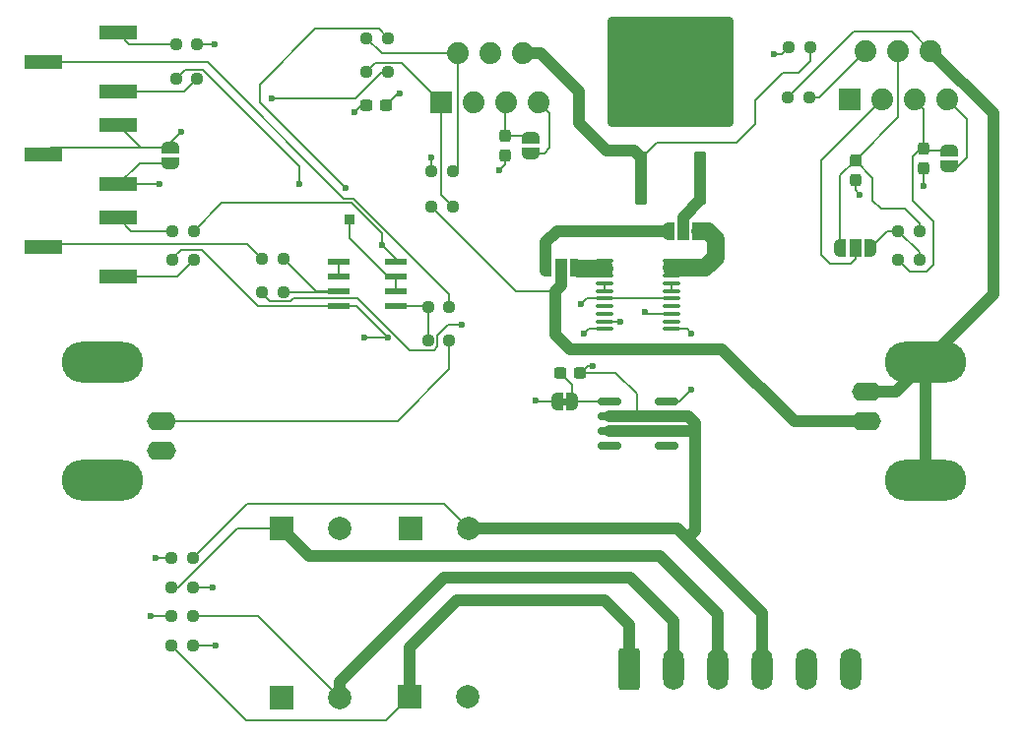
<source format=gbr>
%TF.GenerationSoftware,KiCad,Pcbnew,8.0.4*%
%TF.CreationDate,2024-12-24T16:07:24-06:00*%
%TF.ProjectId,opa548_revised,6f706135-3438-45f7-9265-76697365642e,rev?*%
%TF.SameCoordinates,Original*%
%TF.FileFunction,Copper,L1,Top*%
%TF.FilePolarity,Positive*%
%FSLAX46Y46*%
G04 Gerber Fmt 4.6, Leading zero omitted, Abs format (unit mm)*
G04 Created by KiCad (PCBNEW 8.0.4) date 2024-12-24 16:07:24*
%MOMM*%
%LPD*%
G01*
G04 APERTURE LIST*
G04 Aperture macros list*
%AMRoundRect*
0 Rectangle with rounded corners*
0 $1 Rounding radius*
0 $2 $3 $4 $5 $6 $7 $8 $9 X,Y pos of 4 corners*
0 Add a 4 corners polygon primitive as box body*
4,1,4,$2,$3,$4,$5,$6,$7,$8,$9,$2,$3,0*
0 Add four circle primitives for the rounded corners*
1,1,$1+$1,$2,$3*
1,1,$1+$1,$4,$5*
1,1,$1+$1,$6,$7*
1,1,$1+$1,$8,$9*
0 Add four rect primitives between the rounded corners*
20,1,$1+$1,$2,$3,$4,$5,0*
20,1,$1+$1,$4,$5,$6,$7,0*
20,1,$1+$1,$6,$7,$8,$9,0*
20,1,$1+$1,$8,$9,$2,$3,0*%
%AMFreePoly0*
4,1,19,0.500000,-0.750000,0.000000,-0.750000,0.000000,-0.744911,-0.071157,-0.744911,-0.207708,-0.704816,-0.327430,-0.627875,-0.420627,-0.520320,-0.479746,-0.390866,-0.500000,-0.250000,-0.500000,0.250000,-0.479746,0.390866,-0.420627,0.520320,-0.327430,0.627875,-0.207708,0.704816,-0.071157,0.744911,0.000000,0.744911,0.000000,0.750000,0.500000,0.750000,0.500000,-0.750000,0.500000,-0.750000,
$1*%
%AMFreePoly1*
4,1,19,0.000000,0.744911,0.071157,0.744911,0.207708,0.704816,0.327430,0.627875,0.420627,0.520320,0.479746,0.390866,0.500000,0.250000,0.500000,-0.250000,0.479746,-0.390866,0.420627,-0.520320,0.327430,-0.627875,0.207708,-0.704816,0.071157,-0.744911,0.000000,-0.744911,0.000000,-0.750000,-0.500000,-0.750000,-0.500000,0.750000,0.000000,0.750000,0.000000,0.744911,0.000000,0.744911,
$1*%
%AMFreePoly2*
4,1,19,0.000000,0.744911,0.071157,0.744911,0.207708,0.704816,0.327430,0.627875,0.420627,0.520320,0.479746,0.390866,0.500000,0.250000,0.500000,-0.250000,0.479746,-0.390866,0.420627,-0.520320,0.327430,-0.627875,0.207708,-0.704816,0.071157,-0.744911,0.000000,-0.744911,0.000000,-0.750000,-0.550000,-0.750000,-0.550000,0.750000,0.000000,0.750000,0.000000,0.744911,0.000000,0.744911,
$1*%
%AMFreePoly3*
4,1,19,0.550000,-0.750000,0.000000,-0.750000,0.000000,-0.744911,-0.071157,-0.744911,-0.207708,-0.704816,-0.327430,-0.627875,-0.420627,-0.520320,-0.479746,-0.390866,-0.500000,-0.250000,-0.500000,0.250000,-0.479746,0.390866,-0.420627,0.520320,-0.327430,0.627875,-0.207708,0.704816,-0.071157,0.744911,0.000000,0.744911,0.000000,0.750000,0.550000,0.750000,0.550000,-0.750000,0.550000,-0.750000,
$1*%
G04 Aperture macros list end*
%TA.AperFunction,EtchedComponent*%
%ADD10C,0.000000*%
%TD*%
%TA.AperFunction,SMDPad,CuDef*%
%ADD11RoundRect,0.275000X0.275000X-2.025000X0.275000X2.025000X-0.275000X2.025000X-0.275000X-2.025000X0*%
%TD*%
%TA.AperFunction,SMDPad,CuDef*%
%ADD12RoundRect,0.250000X5.150000X-4.450000X5.150000X4.450000X-5.150000X4.450000X-5.150000X-4.450000X0*%
%TD*%
%TA.AperFunction,SMDPad,CuDef*%
%ADD13FreePoly0,90.000000*%
%TD*%
%TA.AperFunction,SMDPad,CuDef*%
%ADD14FreePoly1,90.000000*%
%TD*%
%TA.AperFunction,ComponentPad*%
%ADD15R,1.879600X1.879600*%
%TD*%
%TA.AperFunction,ComponentPad*%
%ADD16C,1.879600*%
%TD*%
%TA.AperFunction,SMDPad,CuDef*%
%ADD17RoundRect,0.150000X-0.825000X-0.150000X0.825000X-0.150000X0.825000X0.150000X-0.825000X0.150000X0*%
%TD*%
%TA.AperFunction,SMDPad,CuDef*%
%ADD18RoundRect,0.100000X-0.637500X-0.100000X0.637500X-0.100000X0.637500X0.100000X-0.637500X0.100000X0*%
%TD*%
%TA.AperFunction,SMDPad,CuDef*%
%ADD19R,1.981200X0.558800*%
%TD*%
%TA.AperFunction,ComponentPad*%
%ADD20R,0.850000X0.850000*%
%TD*%
%TA.AperFunction,SMDPad,CuDef*%
%ADD21R,3.300000X1.190000*%
%TD*%
%TA.AperFunction,SMDPad,CuDef*%
%ADD22RoundRect,0.237500X0.250000X0.237500X-0.250000X0.237500X-0.250000X-0.237500X0.250000X-0.237500X0*%
%TD*%
%TA.AperFunction,SMDPad,CuDef*%
%ADD23RoundRect,0.237500X-0.250000X-0.237500X0.250000X-0.237500X0.250000X0.237500X-0.250000X0.237500X0*%
%TD*%
%TA.AperFunction,SMDPad,CuDef*%
%ADD24FreePoly0,180.000000*%
%TD*%
%TA.AperFunction,SMDPad,CuDef*%
%ADD25FreePoly1,180.000000*%
%TD*%
%TA.AperFunction,SMDPad,CuDef*%
%ADD26FreePoly0,270.000000*%
%TD*%
%TA.AperFunction,SMDPad,CuDef*%
%ADD27FreePoly1,270.000000*%
%TD*%
%TA.AperFunction,SMDPad,CuDef*%
%ADD28FreePoly2,0.000000*%
%TD*%
%TA.AperFunction,SMDPad,CuDef*%
%ADD29R,1.000000X1.500000*%
%TD*%
%TA.AperFunction,SMDPad,CuDef*%
%ADD30FreePoly3,0.000000*%
%TD*%
%TA.AperFunction,SMDPad,CuDef*%
%ADD31FreePoly3,180.000000*%
%TD*%
%TA.AperFunction,SMDPad,CuDef*%
%ADD32FreePoly2,180.000000*%
%TD*%
%TA.AperFunction,ComponentPad*%
%ADD33O,2.500000X1.600000*%
%TD*%
%TA.AperFunction,ComponentPad*%
%ADD34O,7.000000X3.500000*%
%TD*%
%TA.AperFunction,ComponentPad*%
%ADD35RoundRect,0.250000X-0.650000X-1.550000X0.650000X-1.550000X0.650000X1.550000X-0.650000X1.550000X0*%
%TD*%
%TA.AperFunction,ComponentPad*%
%ADD36O,1.800000X3.600000*%
%TD*%
%TA.AperFunction,SMDPad,CuDef*%
%ADD37RoundRect,0.237500X-0.300000X-0.237500X0.300000X-0.237500X0.300000X0.237500X-0.300000X0.237500X0*%
%TD*%
%TA.AperFunction,ComponentPad*%
%ADD38R,2.000000X2.000000*%
%TD*%
%TA.AperFunction,ComponentPad*%
%ADD39C,2.000000*%
%TD*%
%TA.AperFunction,SMDPad,CuDef*%
%ADD40RoundRect,0.237500X0.237500X-0.300000X0.237500X0.300000X-0.237500X0.300000X-0.237500X-0.300000X0*%
%TD*%
%TA.AperFunction,ViaPad*%
%ADD41C,0.600000*%
%TD*%
%TA.AperFunction,Conductor*%
%ADD42C,0.200000*%
%TD*%
%TA.AperFunction,Conductor*%
%ADD43C,1.000000*%
%TD*%
%TA.AperFunction,Conductor*%
%ADD44C,1.500000*%
%TD*%
G04 APERTURE END LIST*
D10*
%TA.AperFunction,EtchedComponent*%
%TO.C,JP24*%
G36*
X100350000Y-65800000D02*
G01*
X99850000Y-65800000D01*
X99850000Y-65200000D01*
X100350000Y-65200000D01*
X100350000Y-65800000D01*
G37*
%TD.AperFunction*%
%TD*%
D11*
%TO.P,R8,1*%
%TO.N,Net-(U1-VO)*%
X106660000Y-46250000D03*
%TO.P,R8,2*%
%TO.N,Net-(JP20-C)*%
X111740000Y-46250000D03*
D12*
%TO.P,R8,3*%
%TO.N,GND*%
X109200000Y-37100000D03*
%TD*%
D13*
%TO.P,JP3,1,A*%
%TO.N,GND*%
X66200000Y-44950000D03*
D14*
%TO.P,JP3,2,B*%
%TO.N,Net-(JP3-B)*%
X66200000Y-43650000D03*
%TD*%
D15*
%TO.P,U2,1,VIN+*%
%TO.N,GND*%
X124618000Y-39500000D03*
D16*
%TO.P,U2,2,VIN-*%
%TO.N,Net-(U2-VIN-)*%
X126015000Y-35309000D03*
%TO.P,U2,3,ILIM*%
%TO.N,Ilim*%
X127412000Y-39500000D03*
%TO.P,U2,4,V-*%
%TO.N,-24V*%
X128809000Y-35309000D03*
%TO.P,U2,5,V+*%
%TO.N,+24V*%
X130206000Y-39500000D03*
%TO.P,U2,6,VO*%
%TO.N,Net-(J5-Ext)*%
X131603000Y-35309000D03*
%TO.P,U2,7,E/S*%
%TO.N,Net-(JP22-B)*%
X133000000Y-39500000D03*
%TD*%
D17*
%TO.P,U5,1,OUT*%
%TO.N,Net-(JP24-A)*%
X103925000Y-65495000D03*
%TO.P,U5,2,GND*%
%TO.N,-12V*%
X103925000Y-66765000D03*
%TO.P,U5,3,GND*%
X103925000Y-68035000D03*
%TO.P,U5,4,NC*%
%TO.N,unconnected-(U5-NC-Pad4)*%
X103925000Y-69305000D03*
%TO.P,U5,5,NC*%
%TO.N,unconnected-(U5-NC-Pad5)*%
X108875000Y-69305000D03*
%TO.P,U5,6,GND*%
%TO.N,-12V*%
X108875000Y-68035000D03*
%TO.P,U5,7,GND*%
X108875000Y-66765000D03*
%TO.P,U5,8,IN*%
%TO.N,GND*%
X108875000Y-65495000D03*
%TD*%
D18*
%TO.P,U4,1,IS-*%
%TO.N,Net-(JP21-B)*%
X103537500Y-53375000D03*
%TO.P,U4,2,IS-*%
X103537500Y-54025000D03*
%TO.P,U4,3,IS-*%
X103537500Y-54675000D03*
%TO.P,U4,4,SH-*%
%TO.N,Net-(U4-IN-)*%
X103537500Y-55325000D03*
%TO.P,U4,5,IN-*%
X103537500Y-55975000D03*
%TO.P,U4,6,GND*%
%TO.N,-12V*%
X103537500Y-56625000D03*
%TO.P,U4,7,DNC1*%
%TO.N,unconnected-(U4-DNC1-Pad7)*%
X103537500Y-57275000D03*
%TO.P,U4,8,NC*%
%TO.N,unconnected-(U4-NC-Pad8)*%
X103537500Y-57925000D03*
%TO.P,U4,9,VS*%
%TO.N,Net-(JP24-B)*%
X103537500Y-58575000D03*
%TO.P,U4,10,REF2*%
%TO.N,GND*%
X103537500Y-59225000D03*
%TO.P,U4,11,REF1*%
X109262500Y-59225000D03*
%TO.P,U4,12,NC*%
%TO.N,unconnected-(U4-NC-Pad12)*%
X109262500Y-58575000D03*
%TO.P,U4,13,OUT*%
%TO.N,Current_ina1*%
X109262500Y-57925000D03*
%TO.P,U4,14,DNC2*%
%TO.N,unconnected-(U4-DNC2-Pad14)*%
X109262500Y-57275000D03*
%TO.P,U4,15,GND*%
%TO.N,-12V*%
X109262500Y-56625000D03*
%TO.P,U4,16,IN+*%
%TO.N,Net-(U4-IN+)*%
X109262500Y-55975000D03*
%TO.P,U4,17,SH+*%
X109262500Y-55325000D03*
%TO.P,U4,18,IS+*%
%TO.N,Net-(JP20-A)*%
X109262500Y-54675000D03*
%TO.P,U4,19,IS+*%
X109262500Y-54025000D03*
%TO.P,U4,20,IS+*%
X109262500Y-53375000D03*
%TD*%
D19*
%TO.P,U3,8,V+*%
%TO.N,+12V*%
X85600000Y-53460000D03*
%TO.P,U3,7,OUTB*%
%TO.N,Net-(U3-INB-)*%
X85600000Y-54730000D03*
%TO.P,U3,6,INB-*%
X85600000Y-56000000D03*
%TO.P,U3,5,INB+*%
%TO.N,Net-(U3-INB+)*%
X85600000Y-57270000D03*
%TO.P,U3,4,V-*%
%TO.N,-12V*%
X80672400Y-57270000D03*
%TO.P,U3,3,INA+*%
%TO.N,Net-(U3-INA+)*%
X80672400Y-56000000D03*
%TO.P,U3,2,INA-*%
%TO.N,Current_out1*%
X80672400Y-54730000D03*
%TO.P,U3,1,OUTA*%
X80672400Y-53460000D03*
%TD*%
D15*
%TO.P,U1,1,VIN+*%
%TO.N,Net-(U1-VIN+)*%
X89506000Y-39700000D03*
D16*
%TO.P,U1,2,VIN-*%
%TO.N,Net-(U1-VIN-)*%
X90903000Y-35509000D03*
%TO.P,U1,3,ILIM*%
%TO.N,Ilim*%
X92300000Y-39700000D03*
%TO.P,U1,4,V-*%
%TO.N,-24V*%
X93697000Y-35509000D03*
%TO.P,U1,5,V+*%
%TO.N,+24V*%
X95094000Y-39700000D03*
%TO.P,U1,6,VO*%
%TO.N,Net-(U1-VO)*%
X96491000Y-35509000D03*
%TO.P,U1,7,E/S*%
%TO.N,Net-(JP23-B)*%
X97888000Y-39700000D03*
%TD*%
D20*
%TO.P,TP1,1,1*%
%TO.N,Net-(U3-INB-)*%
X81600000Y-49800000D03*
%TD*%
D21*
%TO.P,RV3,1,1*%
%TO.N,Net-(R16-Pad1)*%
X61700000Y-49660000D03*
%TO.P,RV3,2,2*%
%TO.N,Net-(R18-Pad1)*%
X55300000Y-52200000D03*
%TO.P,RV3,3,3*%
%TO.N,Net-(R17-Pad2)*%
X61700000Y-54740000D03*
%TD*%
%TO.P,RV2,1,1*%
%TO.N,Net-(JP3-B)*%
X61700000Y-41710000D03*
%TO.P,RV2,2,2*%
X55300000Y-44250000D03*
%TO.P,RV2,3,3*%
%TO.N,GND*%
X61700000Y-46790000D03*
%TD*%
%TO.P,RV1,1,1*%
%TO.N,Net-(R3-Pad1)*%
X61700000Y-33760000D03*
%TO.P,RV1,2,2*%
%TO.N,Net-(R1-Pad1)*%
X55300000Y-36300000D03*
%TO.P,RV1,3,3*%
%TO.N,Net-(R2-Pad2)*%
X61700000Y-38840000D03*
%TD*%
D22*
%TO.P,R23,1*%
%TO.N,-12V*%
X68144823Y-78950000D03*
%TO.P,R23,2*%
%TO.N,GND*%
X66319823Y-78950000D03*
%TD*%
%TO.P,R22,1*%
%TO.N,GND*%
X68144823Y-81460000D03*
%TO.P,R22,2*%
%TO.N,+12V*%
X66319823Y-81460000D03*
%TD*%
%TO.P,R21,1*%
%TO.N,-24V*%
X68144823Y-83970000D03*
%TO.P,R21,2*%
%TO.N,GND*%
X66319823Y-83970000D03*
%TD*%
%TO.P,R20,1*%
%TO.N,GND*%
X68144823Y-86480000D03*
%TO.P,R20,2*%
%TO.N,+24V*%
X66319823Y-86480000D03*
%TD*%
D23*
%TO.P,R19,1*%
%TO.N,Current_ina1*%
X74075000Y-56060000D03*
%TO.P,R19,2*%
%TO.N,Net-(U3-INA+)*%
X75900000Y-56060000D03*
%TD*%
%TO.P,R18,1*%
%TO.N,Net-(R18-Pad1)*%
X74075000Y-53160000D03*
%TO.P,R18,2*%
%TO.N,Net-(U3-INA+)*%
X75900000Y-53160000D03*
%TD*%
%TO.P,R17,1*%
%TO.N,-12V*%
X66387500Y-53310000D03*
%TO.P,R17,2*%
%TO.N,Net-(R17-Pad2)*%
X68212500Y-53310000D03*
%TD*%
%TO.P,R16,1*%
%TO.N,Net-(R16-Pad1)*%
X66387500Y-50800000D03*
%TO.P,R16,2*%
%TO.N,+12V*%
X68212500Y-50800000D03*
%TD*%
%TO.P,R15,1*%
%TO.N,+24V*%
X128787500Y-53310000D03*
%TO.P,R15,2*%
%TO.N,Net-(JP2-A)*%
X130612500Y-53310000D03*
%TD*%
%TO.P,R14,1*%
%TO.N,Net-(JP2-A)*%
X128787500Y-50800000D03*
%TO.P,R14,2*%
%TO.N,-24V*%
X130612500Y-50800000D03*
%TD*%
%TO.P,R11,1*%
%TO.N,Net-(J5-Ext)*%
X119287500Y-39300000D03*
%TO.P,R11,2*%
%TO.N,Net-(U2-VIN-)*%
X121112500Y-39300000D03*
%TD*%
%TO.P,R10,1*%
%TO.N,Net-(U2-VIN-)*%
X119387500Y-35000000D03*
%TO.P,R10,2*%
%TO.N,Net-(U1-VO)*%
X121212500Y-35000000D03*
%TD*%
%TO.P,R9,1*%
%TO.N,Net-(U1-VIN+)*%
X83063000Y-37100000D03*
%TO.P,R9,2*%
%TO.N,Net-(JP3-B)*%
X84888000Y-37100000D03*
%TD*%
%TO.P,R7,1*%
%TO.N,Net-(J5-In)*%
X88663000Y-48700000D03*
%TO.P,R7,2*%
%TO.N,Net-(U1-VIN+)*%
X90488000Y-48700000D03*
%TD*%
%TO.P,R6,1*%
%TO.N,Net-(U1-VO)*%
X88675500Y-45700000D03*
%TO.P,R6,2*%
%TO.N,Net-(U1-VIN-)*%
X90500500Y-45700000D03*
%TD*%
%TO.P,R5,1*%
%TO.N,Net-(U1-VIN-)*%
X83063000Y-34200000D03*
%TO.P,R5,2*%
%TO.N,Net-(U3-INB-)*%
X84888000Y-34200000D03*
%TD*%
%TO.P,R4,1*%
%TO.N,Net-(U3-INB+)*%
X88375000Y-60260000D03*
%TO.P,R4,2*%
%TO.N,Net-(J1-In)*%
X90200000Y-60260000D03*
%TD*%
%TO.P,R3,1*%
%TO.N,Net-(R3-Pad1)*%
X66687500Y-34700000D03*
%TO.P,R3,2*%
%TO.N,+12V*%
X68512500Y-34700000D03*
%TD*%
%TO.P,R2,1*%
%TO.N,-12V*%
X66700000Y-37700000D03*
%TO.P,R2,2*%
%TO.N,Net-(R2-Pad2)*%
X68525000Y-37700000D03*
%TD*%
D22*
%TO.P,R1,1*%
%TO.N,Net-(R1-Pad1)*%
X90200000Y-57360000D03*
%TO.P,R1,2*%
%TO.N,Net-(U3-INB+)*%
X88375000Y-57360000D03*
%TD*%
D24*
%TO.P,JP24,1,A*%
%TO.N,Net-(JP24-A)*%
X100750000Y-65500000D03*
D25*
%TO.P,JP24,2,B*%
%TO.N,Net-(JP24-B)*%
X99450000Y-65500000D03*
%TD*%
D26*
%TO.P,JP23,1,A*%
%TO.N,+24V*%
X97200000Y-42800000D03*
D27*
%TO.P,JP23,2,B*%
%TO.N,Net-(JP23-B)*%
X97200000Y-44100000D03*
%TD*%
D26*
%TO.P,JP22,1,A*%
%TO.N,+24V*%
X133200000Y-43900000D03*
D27*
%TO.P,JP22,2,B*%
%TO.N,Net-(JP22-B)*%
X133200000Y-45200000D03*
%TD*%
D28*
%TO.P,JP21,3,B*%
%TO.N,Net-(JP21-B)*%
X101100000Y-54000000D03*
D29*
%TO.P,JP21,2,C*%
%TO.N,Net-(J5-In)*%
X99800000Y-54000000D03*
D30*
%TO.P,JP21,1,A*%
%TO.N,Net-(JP20-B)*%
X98500000Y-54000000D03*
%TD*%
D31*
%TO.P,JP20,1,A*%
%TO.N,Net-(JP20-A)*%
X111600000Y-50800000D03*
D29*
%TO.P,JP20,2,C*%
%TO.N,Net-(JP20-C)*%
X110300000Y-50800000D03*
D32*
%TO.P,JP20,3,B*%
%TO.N,Net-(JP20-B)*%
X109000000Y-50800000D03*
%TD*%
%TO.P,JP2,3,B*%
%TO.N,-24V*%
X123800000Y-52242500D03*
D29*
%TO.P,JP2,2,C*%
%TO.N,Ilim*%
X125100000Y-52242500D03*
D31*
%TO.P,JP2,1,A*%
%TO.N,Net-(JP2-A)*%
X126400000Y-52242500D03*
%TD*%
D33*
%TO.P,J5,1,In*%
%TO.N,Net-(J5-In)*%
X126050000Y-67200000D03*
D34*
%TO.P,J5,2,Ext*%
%TO.N,Net-(J5-Ext)*%
X131130000Y-62120000D03*
D33*
X126050000Y-64660000D03*
D34*
X131130000Y-72280000D03*
%TD*%
D35*
%TO.P,J2,1,Pin_1*%
%TO.N,+24V*%
X105630000Y-88467500D03*
D36*
%TO.P,J2,2,Pin_2*%
%TO.N,-24V*%
X109440000Y-88467500D03*
%TO.P,J2,3,Pin_3*%
%TO.N,+12V*%
X113250000Y-88467500D03*
%TO.P,J2,4,Pin_4*%
%TO.N,-12V*%
X117060000Y-88467500D03*
%TO.P,J2,5,Pin_5*%
%TO.N,+5V*%
X120870000Y-88467500D03*
%TO.P,J2,6,Pin_6*%
%TO.N,GND*%
X124680000Y-88467500D03*
%TD*%
D33*
%TO.P,J1,1,In*%
%TO.N,Net-(J1-In)*%
X65480000Y-67180000D03*
D34*
%TO.P,J1,2,Ext*%
%TO.N,GND*%
X60400000Y-72260000D03*
D33*
X65480000Y-69720000D03*
D34*
X60400000Y-62100000D03*
%TD*%
D37*
%TO.P,C10,1*%
%TO.N,Net-(JP24-A)*%
X99737500Y-63000000D03*
%TO.P,C10,2*%
%TO.N,-12V*%
X101462500Y-63000000D03*
%TD*%
D38*
%TO.P,C9,1*%
%TO.N,GND*%
X86832323Y-76400000D03*
D39*
%TO.P,C9,2*%
%TO.N,-12V*%
X91832323Y-76400000D03*
%TD*%
D38*
%TO.P,C8,1*%
%TO.N,+12V*%
X75732323Y-76400000D03*
D39*
%TO.P,C8,2*%
%TO.N,GND*%
X80732323Y-76400000D03*
%TD*%
D38*
%TO.P,C7,1*%
%TO.N,GND*%
X75732323Y-91000000D03*
D39*
%TO.P,C7,2*%
%TO.N,-24V*%
X80732323Y-91000000D03*
%TD*%
D38*
%TO.P,C6,1*%
%TO.N,+24V*%
X86732323Y-90900000D03*
D39*
%TO.P,C6,2*%
%TO.N,GND*%
X91732323Y-90900000D03*
%TD*%
D40*
%TO.P,C5,1*%
%TO.N,GND*%
X125100000Y-46462500D03*
%TO.P,C5,2*%
%TO.N,-24V*%
X125100000Y-44737500D03*
%TD*%
%TO.P,C4,1*%
%TO.N,GND*%
X131000000Y-45425000D03*
%TO.P,C4,2*%
%TO.N,+24V*%
X131000000Y-43700000D03*
%TD*%
D37*
%TO.P,C2,1*%
%TO.N,GND*%
X83037500Y-40000000D03*
%TO.P,C2,2*%
%TO.N,-24V*%
X84762500Y-40000000D03*
%TD*%
D40*
%TO.P,C1,1*%
%TO.N,GND*%
X95000000Y-44312500D03*
%TO.P,C1,2*%
%TO.N,+24V*%
X95000000Y-42587500D03*
%TD*%
D41*
%TO.N,-12V*%
X82900000Y-60000000D03*
X77300000Y-46800000D03*
%TO.N,GND*%
X65300000Y-46800000D03*
%TO.N,Current_ina1*%
X91300000Y-58900000D03*
X107000000Y-57800000D03*
%TO.N,Net-(U2-VIN-)*%
X118100000Y-35600000D03*
%TO.N,GND*%
X113800000Y-38500000D03*
X112200000Y-38500000D03*
X110400000Y-38500000D03*
X108400000Y-38400000D03*
X106600000Y-38400000D03*
X104800000Y-38400000D03*
X113800000Y-40900000D03*
X112200000Y-40800000D03*
X110400000Y-40800000D03*
X108500000Y-40800000D03*
X106700000Y-40800000D03*
X104900000Y-40900000D03*
X113200000Y-34800000D03*
X111400000Y-34700000D03*
X109600000Y-34800000D03*
X107700000Y-34700000D03*
X106100000Y-34700000D03*
X104600000Y-34700000D03*
X113700000Y-39700000D03*
X112200000Y-39700000D03*
X110400000Y-39600000D03*
X108400000Y-39600000D03*
X106600000Y-39600000D03*
X104900000Y-39500000D03*
X104700000Y-35900000D03*
X107500000Y-35900000D03*
X109500000Y-35900000D03*
X112900000Y-35900000D03*
X111100000Y-35900000D03*
X106100000Y-35900000D03*
%TO.N,Net-(U3-INB-)*%
X81300000Y-47100000D03*
%TO.N,GND*%
X131000000Y-46900000D03*
%TO.N,+12V*%
X70000000Y-34700000D03*
%TO.N,-12V*%
X102500000Y-62400000D03*
X101500000Y-57100000D03*
%TO.N,GND*%
X101800000Y-59600000D03*
X111000000Y-59600000D03*
X111000000Y-64500000D03*
%TO.N,-12V*%
X84900000Y-60000000D03*
%TO.N,+12V*%
X84400000Y-52000000D03*
%TO.N,GND*%
X125500000Y-47700000D03*
X94500000Y-45587500D03*
X82000000Y-40600000D03*
%TO.N,-24V*%
X85900000Y-39000000D03*
%TO.N,Net-(U1-VO)*%
X88675500Y-44475500D03*
%TO.N,Net-(JP3-B)*%
X67100000Y-42300000D03*
X74900000Y-39400000D03*
%TO.N,GND*%
X70100000Y-86500000D03*
X64500000Y-83900000D03*
X69800000Y-81500000D03*
X64900000Y-78900000D03*
%TO.N,Net-(JP24-B)*%
X104900000Y-58600000D03*
X97600000Y-65400000D03*
%TD*%
D42*
%TO.N,Net-(U4-IN-)*%
X103537500Y-55325000D02*
X103537500Y-55975000D01*
%TO.N,Net-(U4-IN+)*%
X109262500Y-55325000D02*
X109262500Y-55975000D01*
%TO.N,Current_out1*%
X80672400Y-54730000D02*
X80672400Y-53460000D01*
%TO.N,-12V*%
X82900000Y-60000000D02*
X84900000Y-60000000D01*
X77300000Y-45200000D02*
X77300000Y-46800000D01*
X69025000Y-36925000D02*
X77300000Y-45200000D01*
X67475000Y-36925000D02*
X69025000Y-36925000D01*
X66700000Y-37700000D02*
X67475000Y-36925000D01*
%TO.N,GND*%
X65290000Y-46790000D02*
X65300000Y-46800000D01*
X61700000Y-46790000D02*
X65290000Y-46790000D01*
%TO.N,Current_ina1*%
X74075000Y-56175000D02*
X74075000Y-56060000D01*
X74735000Y-56835000D02*
X74075000Y-56175000D01*
X76563800Y-56835000D02*
X74735000Y-56835000D01*
X86783529Y-61035000D02*
X82327929Y-56579400D01*
X82327929Y-56579400D02*
X76819400Y-56579400D01*
X88854222Y-61035000D02*
X86783529Y-61035000D01*
X89162500Y-60726722D02*
X88854222Y-61035000D01*
X89162500Y-59793278D02*
X89162500Y-60726722D01*
X76819400Y-56579400D02*
X76563800Y-56835000D01*
X91300000Y-58900000D02*
X90055778Y-58900000D01*
X90055778Y-58900000D02*
X89162500Y-59793278D01*
%TO.N,-12V*%
X84900000Y-60000000D02*
X82170000Y-57270000D01*
X82170000Y-57270000D02*
X80672400Y-57270000D01*
%TO.N,Current_ina1*%
X107125000Y-57925000D02*
X107000000Y-57800000D01*
X109262500Y-57925000D02*
X107125000Y-57925000D01*
%TO.N,Net-(U2-VIN-)*%
X118100000Y-35600000D02*
X118787500Y-35600000D01*
X118787500Y-35600000D02*
X119387500Y-35000000D01*
X122024000Y-39300000D02*
X126015000Y-35309000D01*
X121112500Y-39300000D02*
X122024000Y-39300000D01*
%TO.N,Net-(J5-Ext)*%
X124918300Y-33669200D02*
X119287500Y-39300000D01*
X129963200Y-33669200D02*
X124918300Y-33669200D01*
X131603000Y-35309000D02*
X129963200Y-33669200D01*
%TO.N,Net-(U1-VO)*%
X106660000Y-44540000D02*
X106660000Y-46250000D01*
X108000000Y-43200000D02*
X106660000Y-44540000D01*
X114900000Y-43200000D02*
X108000000Y-43200000D01*
X116500000Y-39600000D02*
X116500000Y-41600000D01*
X118900000Y-37200000D02*
X116500000Y-39600000D01*
X116500000Y-41600000D02*
X114900000Y-43200000D01*
X120200000Y-37200000D02*
X118900000Y-37200000D01*
X121212500Y-35000000D02*
X121212500Y-36187500D01*
X121212500Y-36187500D02*
X120200000Y-37200000D01*
%TO.N,Ilim*%
X124700000Y-53600000D02*
X125100000Y-53200000D01*
X122900000Y-53600000D02*
X124700000Y-53600000D01*
X125100000Y-53200000D02*
X125100000Y-52242500D01*
X122200000Y-52900000D02*
X122900000Y-53600000D01*
X127412000Y-39500000D02*
X122200000Y-44712000D01*
X122200000Y-44712000D02*
X122200000Y-52900000D01*
%TO.N,-12V*%
X66387500Y-53112500D02*
X66387500Y-53310000D01*
X67100000Y-52400000D02*
X66387500Y-53112500D01*
X68900000Y-52400000D02*
X67100000Y-52400000D01*
X73770000Y-57270000D02*
X68900000Y-52400000D01*
X80672400Y-57270000D02*
X73770000Y-57270000D01*
%TO.N,Net-(U3-INB-)*%
X78675000Y-33425000D02*
X84113000Y-33425000D01*
X73900000Y-39700000D02*
X73900000Y-38200000D01*
X73900000Y-38200000D02*
X78675000Y-33425000D01*
X84113000Y-33425000D02*
X84888000Y-34200000D01*
X81300000Y-47100000D02*
X73900000Y-39700000D01*
%TO.N,Net-(R1-Pad1)*%
X69400000Y-36300000D02*
X55300000Y-36300000D01*
X81100000Y-48000000D02*
X69400000Y-36300000D01*
X81965686Y-48000000D02*
X81100000Y-48000000D01*
X90200000Y-56234314D02*
X81965686Y-48000000D01*
X90200000Y-57360000D02*
X90200000Y-56234314D01*
%TO.N,+24V*%
X129777500Y-54300000D02*
X128787500Y-53310000D01*
X131200000Y-54300000D02*
X129777500Y-54300000D01*
X130000000Y-48200000D02*
X131800000Y-50000000D01*
X130000000Y-44400000D02*
X130000000Y-48200000D01*
X130700000Y-43700000D02*
X130000000Y-44400000D01*
X131000000Y-43700000D02*
X130700000Y-43700000D01*
X131800000Y-50000000D02*
X131800000Y-53700000D01*
X131800000Y-53700000D02*
X131200000Y-54300000D01*
%TO.N,GND*%
X131000000Y-45425000D02*
X131000000Y-46900000D01*
%TO.N,Net-(JP22-B)*%
X134700000Y-44455000D02*
X133955000Y-45200000D01*
X133955000Y-45200000D02*
X133200000Y-45200000D01*
X133000000Y-39500000D02*
X134700000Y-41200000D01*
X134700000Y-41200000D02*
X134700000Y-44455000D01*
%TO.N,+24V*%
X131200000Y-43900000D02*
X131000000Y-43700000D01*
X133200000Y-43900000D02*
X131200000Y-43900000D01*
X131000000Y-43700000D02*
X131000000Y-40294000D01*
X131000000Y-40294000D02*
X130206000Y-39500000D01*
%TO.N,Net-(JP23-B)*%
X98400000Y-44100000D02*
X97200000Y-44100000D01*
X98827799Y-43672201D02*
X98400000Y-44100000D01*
X98827799Y-40639799D02*
X98827799Y-43672201D01*
X97888000Y-39700000D02*
X98827799Y-40639799D01*
%TO.N,+12V*%
X68512500Y-34700000D02*
X70000000Y-34700000D01*
X81800000Y-48400000D02*
X84400000Y-51000000D01*
X70612500Y-48400000D02*
X81800000Y-48400000D01*
X84400000Y-51000000D02*
X84400000Y-52000000D01*
X68212500Y-50800000D02*
X70612500Y-48400000D01*
%TO.N,Net-(J1-In)*%
X90200000Y-62700000D02*
X85720000Y-67180000D01*
X85720000Y-67180000D02*
X65480000Y-67180000D01*
X90200000Y-60260000D02*
X90200000Y-62700000D01*
%TO.N,Net-(J5-In)*%
X95920978Y-55957978D02*
X99342022Y-55957978D01*
X88663000Y-48700000D02*
X95920978Y-55957978D01*
%TO.N,-12V*%
X102500000Y-62400000D02*
X102062500Y-62400000D01*
X102062500Y-62400000D02*
X101462500Y-63000000D01*
X101975000Y-56625000D02*
X101500000Y-57100000D01*
X103537500Y-56625000D02*
X101975000Y-56625000D01*
X109262500Y-56625000D02*
X103537500Y-56625000D01*
%TO.N,Net-(JP24-A)*%
X99737500Y-63000000D02*
X100750000Y-64012500D01*
X100750000Y-64012500D02*
X100750000Y-65500000D01*
%TO.N,-12V*%
X106300000Y-64800000D02*
X106300000Y-66765000D01*
X104500000Y-63000000D02*
X106300000Y-64800000D01*
X101462500Y-63000000D02*
X104500000Y-63000000D01*
D43*
X106300000Y-66765000D02*
X103925000Y-66765000D01*
X107870000Y-66765000D02*
X106300000Y-66765000D01*
D42*
%TO.N,GND*%
X102175000Y-59225000D02*
X101800000Y-59600000D01*
X103537500Y-59225000D02*
X102175000Y-59225000D01*
X110625000Y-59225000D02*
X111000000Y-59600000D01*
X109262500Y-59225000D02*
X110625000Y-59225000D01*
X110005000Y-65495000D02*
X111000000Y-64500000D01*
X108875000Y-65495000D02*
X110005000Y-65495000D01*
D43*
%TO.N,-12V*%
X108875000Y-68035000D02*
X111300000Y-68035000D01*
X111300000Y-68035000D02*
X111300000Y-69300000D01*
X110765000Y-66765000D02*
X108875000Y-66765000D01*
X111300000Y-69300000D02*
X111300000Y-67300000D01*
X111300000Y-67300000D02*
X110765000Y-66765000D01*
X107870000Y-66765000D02*
X108875000Y-66765000D01*
X106600000Y-68035000D02*
X103925000Y-68035000D01*
X108875000Y-68035000D02*
X106600000Y-68035000D01*
X111300000Y-76600000D02*
X110650000Y-77250000D01*
X111300000Y-69300000D02*
X111300000Y-76600000D01*
X110650000Y-77250000D02*
X117060000Y-83660000D01*
X109800000Y-76400000D02*
X110650000Y-77250000D01*
D42*
%TO.N,-24V*%
X130612500Y-50112500D02*
X130612500Y-50800000D01*
X129400000Y-48900000D02*
X130612500Y-50112500D01*
X126600000Y-48200000D02*
X127300000Y-48900000D01*
X127300000Y-48900000D02*
X129400000Y-48900000D01*
X126600000Y-46237500D02*
X126600000Y-48200000D01*
X125100000Y-44737500D02*
X126600000Y-46237500D01*
X123800000Y-46037500D02*
X125100000Y-44737500D01*
X123800000Y-52242500D02*
X123800000Y-46037500D01*
%TO.N,+12V*%
X85600000Y-53200000D02*
X84400000Y-52000000D01*
X85600000Y-53460000D02*
X85600000Y-53200000D01*
%TO.N,Net-(U3-INB-)*%
X85600000Y-54730000D02*
X85600000Y-56000000D01*
X81600000Y-51441200D02*
X84888800Y-54730000D01*
X84888800Y-54730000D02*
X85600000Y-54730000D01*
X81600000Y-49800000D02*
X81600000Y-51441200D01*
%TO.N,Net-(R18-Pad1)*%
X72815000Y-51900000D02*
X74075000Y-53160000D01*
X55600000Y-51900000D02*
X72815000Y-51900000D01*
X55300000Y-52200000D02*
X55600000Y-51900000D01*
%TO.N,GND*%
X125100000Y-47300000D02*
X125500000Y-47700000D01*
X125100000Y-46462500D02*
X125100000Y-47300000D01*
%TO.N,-24V*%
X128809000Y-41028500D02*
X128809000Y-35309000D01*
X125100000Y-44737500D02*
X128809000Y-41028500D01*
%TO.N,GND*%
X95000000Y-45087500D02*
X94500000Y-45587500D01*
X95000000Y-44312500D02*
X95000000Y-45087500D01*
%TO.N,+24V*%
X95000000Y-42587500D02*
X96987500Y-42587500D01*
X130206000Y-39500000D02*
X130200000Y-39506000D01*
%TO.N,GND*%
X82600000Y-40000000D02*
X82000000Y-40600000D01*
X83037500Y-40000000D02*
X82600000Y-40000000D01*
%TO.N,-24V*%
X85762500Y-39000000D02*
X84762500Y-40000000D01*
X85900000Y-39000000D02*
X85762500Y-39000000D01*
%TO.N,+24V*%
X94988000Y-42450000D02*
X94988000Y-39806000D01*
X94988000Y-39806000D02*
X95094000Y-39700000D01*
%TO.N,Net-(U1-VIN-)*%
X90900000Y-35512000D02*
X90903000Y-35509000D01*
X90900000Y-45300500D02*
X90900000Y-35512000D01*
X90500500Y-45700000D02*
X90900000Y-45300500D01*
%TO.N,Net-(U1-VO)*%
X88675500Y-44475500D02*
X88675500Y-45700000D01*
%TO.N,Net-(U1-VIN+)*%
X89506000Y-39700000D02*
X89506000Y-47718000D01*
X89506000Y-47718000D02*
X90488000Y-48700000D01*
X83838000Y-36325000D02*
X83063000Y-37100000D01*
X89506000Y-39700000D02*
X86131000Y-36325000D01*
X86131000Y-36325000D02*
X83838000Y-36325000D01*
%TO.N,Net-(JP3-B)*%
X66200000Y-43200000D02*
X66200000Y-43650000D01*
X67100000Y-42300000D02*
X66200000Y-43200000D01*
X84400500Y-37100000D02*
X82100500Y-39400000D01*
X84888000Y-37100000D02*
X84400500Y-37100000D01*
X82100500Y-39400000D02*
X74900000Y-39400000D01*
%TO.N,Net-(U1-VIN-)*%
X84372000Y-35509000D02*
X83063000Y-34200000D01*
X90903000Y-35509000D02*
X84372000Y-35509000D01*
%TO.N,Net-(JP3-B)*%
X55900000Y-43650000D02*
X66200000Y-43650000D01*
X55300000Y-44250000D02*
X55900000Y-43650000D01*
%TO.N,Net-(U3-INB+)*%
X88375000Y-60260000D02*
X88375000Y-57360000D01*
X88285000Y-57270000D02*
X88375000Y-57360000D01*
X85600000Y-57270000D02*
X88285000Y-57270000D01*
%TO.N,Net-(U3-INA+)*%
X80612400Y-56060000D02*
X80672400Y-56000000D01*
X75900000Y-56060000D02*
X80612400Y-56060000D01*
X78740000Y-56000000D02*
X80672400Y-56000000D01*
X75900000Y-53160000D02*
X78740000Y-56000000D01*
%TO.N,Net-(R17-Pad2)*%
X66782500Y-54740000D02*
X68212500Y-53310000D01*
X61700000Y-54740000D02*
X66782500Y-54740000D01*
%TO.N,Net-(R16-Pad1)*%
X62840000Y-50800000D02*
X61700000Y-49660000D01*
X66387500Y-50800000D02*
X62840000Y-50800000D01*
%TO.N,Net-(R3-Pad1)*%
X62640000Y-34700000D02*
X61700000Y-33760000D01*
X66687500Y-34700000D02*
X62640000Y-34700000D01*
%TO.N,Net-(R2-Pad2)*%
X67385000Y-38840000D02*
X61700000Y-38840000D01*
X68525000Y-37700000D02*
X67385000Y-38840000D01*
%TO.N,GND*%
X63540000Y-44950000D02*
X61700000Y-46790000D01*
X66200000Y-44950000D02*
X63540000Y-44950000D01*
%TO.N,Net-(JP3-B)*%
X63640000Y-43650000D02*
X61700000Y-41710000D01*
X66200000Y-43650000D02*
X63640000Y-43650000D01*
%TO.N,GND*%
X70080000Y-86480000D02*
X70100000Y-86500000D01*
X68144823Y-86480000D02*
X70080000Y-86480000D01*
X64570000Y-83970000D02*
X64500000Y-83900000D01*
X66319823Y-83970000D02*
X64570000Y-83970000D01*
X69760000Y-81460000D02*
X69800000Y-81500000D01*
X68144823Y-81460000D02*
X69760000Y-81460000D01*
X64950000Y-78950000D02*
X64900000Y-78900000D01*
X66319823Y-78950000D02*
X64950000Y-78950000D01*
%TO.N,+24V*%
X84732323Y-92900000D02*
X86732323Y-90900000D01*
X72739823Y-92900000D02*
X84732323Y-92900000D01*
X66319823Y-86480000D02*
X72739823Y-92900000D01*
%TO.N,-12V*%
X72794823Y-74300000D02*
X89732323Y-74300000D01*
X89732323Y-74300000D02*
X91832323Y-76400000D01*
X68144823Y-78950000D02*
X72794823Y-74300000D01*
%TO.N,-24V*%
X73702323Y-83970000D02*
X80732323Y-91000000D01*
X68144823Y-83970000D02*
X73702323Y-83970000D01*
%TO.N,+12V*%
X71949045Y-76400000D02*
X75732323Y-76400000D01*
X66889045Y-81460000D02*
X71949045Y-76400000D01*
X66319823Y-81460000D02*
X66889045Y-81460000D01*
D43*
%TO.N,+24V*%
X86732323Y-86667677D02*
X86732323Y-90900000D01*
X103500000Y-82600000D02*
X90800000Y-82600000D01*
X105630000Y-84730000D02*
X103500000Y-82600000D01*
X105630000Y-88467500D02*
X105630000Y-84730000D01*
X90800000Y-82600000D02*
X86732323Y-86667677D01*
%TO.N,-24V*%
X89700000Y-80600000D02*
X105700000Y-80600000D01*
X109440000Y-84340000D02*
X109440000Y-88467500D01*
X80732323Y-89567677D02*
X89700000Y-80600000D01*
X80732323Y-91000000D02*
X80732323Y-89567677D01*
X105700000Y-80600000D02*
X109440000Y-84340000D01*
%TO.N,+12V*%
X108300000Y-78800000D02*
X113250000Y-83750000D01*
X78132323Y-78800000D02*
X108300000Y-78800000D01*
X113250000Y-83750000D02*
X113250000Y-88467500D01*
X75732323Y-76400000D02*
X78132323Y-78800000D01*
%TO.N,-12V*%
X91832323Y-76400000D02*
X109800000Y-76400000D01*
X117060000Y-83660000D02*
X117060000Y-88467500D01*
D42*
%TO.N,Net-(JP2-A)*%
X130612500Y-52625000D02*
X128787500Y-50800000D01*
X130612500Y-53310000D02*
X130612500Y-52625000D01*
X127842500Y-50800000D02*
X126400000Y-52242500D01*
X128787500Y-50800000D02*
X127842500Y-50800000D01*
D43*
%TO.N,Net-(U1-VO)*%
X98009000Y-35509000D02*
X96491000Y-35509000D01*
X101300000Y-38800000D02*
X98009000Y-35509000D01*
X101300000Y-41500000D02*
X101300000Y-38800000D01*
X106100000Y-43900000D02*
X103700000Y-43900000D01*
X106660000Y-44460000D02*
X106100000Y-43900000D01*
X106660000Y-46250000D02*
X106660000Y-44460000D01*
X103700000Y-43900000D02*
X101300000Y-41500000D01*
%TO.N,Net-(J5-In)*%
X99800000Y-55500000D02*
X99800000Y-54000000D01*
X99342022Y-55957978D02*
X99800000Y-55500000D01*
X99342022Y-59742022D02*
X99342022Y-55957978D01*
X100600000Y-61000000D02*
X99342022Y-59742022D01*
X126050000Y-67200000D02*
X119840000Y-67200000D01*
X119840000Y-67200000D02*
X113640000Y-61000000D01*
X113640000Y-61000000D02*
X100600000Y-61000000D01*
%TO.N,Net-(J5-Ext)*%
X128590000Y-64660000D02*
X131130000Y-62120000D01*
X126050000Y-64660000D02*
X128590000Y-64660000D01*
X131130000Y-62120000D02*
X131130000Y-72280000D01*
X137000000Y-56250000D02*
X131130000Y-62120000D01*
X137000000Y-40706000D02*
X137000000Y-56250000D01*
X131603000Y-35309000D02*
X137000000Y-40706000D01*
%TO.N,Net-(JP20-B)*%
X98500000Y-51800000D02*
X98500000Y-54000000D01*
X99500000Y-50800000D02*
X98500000Y-51800000D01*
X109000000Y-50800000D02*
X99500000Y-50800000D01*
D44*
%TO.N,Net-(JP20-A)*%
X112400000Y-50800000D02*
X111750000Y-50800000D01*
X113100000Y-51500000D02*
X112400000Y-50800000D01*
X109287500Y-54000000D02*
X112200000Y-54000000D01*
X112200000Y-54000000D02*
X113100000Y-53100000D01*
X113100000Y-53100000D02*
X113100000Y-51500000D01*
D43*
%TO.N,Net-(JP20-C)*%
X110300000Y-49600000D02*
X110300000Y-50800000D01*
X111740000Y-48160000D02*
X110300000Y-49600000D01*
X111740000Y-46250000D02*
X111740000Y-48160000D01*
D42*
%TO.N,Net-(JP24-B)*%
X103562500Y-58600000D02*
X103537500Y-58575000D01*
X104900000Y-58600000D02*
X103562500Y-58600000D01*
X99450000Y-65500000D02*
X97700000Y-65500000D01*
X97700000Y-65500000D02*
X97600000Y-65400000D01*
%TO.N,Net-(JP24-A)*%
X100755000Y-65495000D02*
X100750000Y-65500000D01*
X103925000Y-65495000D02*
X100755000Y-65495000D01*
%TO.N,Net-(JP21-B)*%
X101325000Y-54025000D02*
X101300000Y-54000000D01*
D44*
X103537500Y-54025000D02*
X101325000Y-54025000D01*
D42*
%TO.N,Net-(JP20-A)*%
X109287500Y-54000000D02*
X109262500Y-54025000D01*
%TD*%
M02*

</source>
